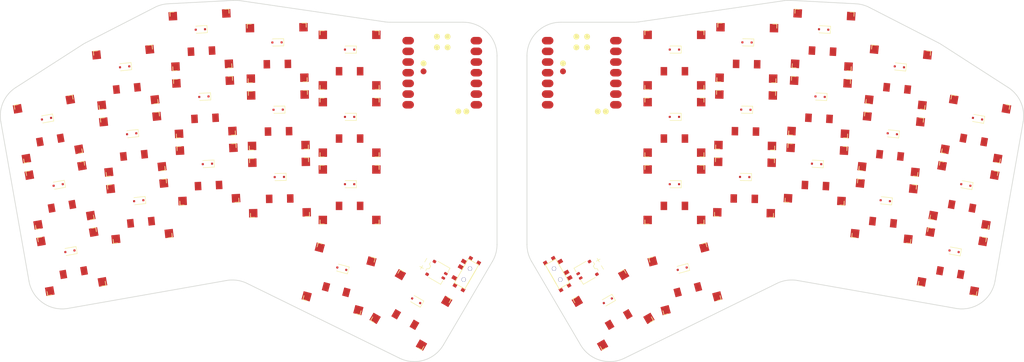
<source format=kicad_pcb>
(kicad_pcb (version 20171130) (host pcbnew 5.1.6)
  (title_block (title "splave-ferris_pg1316s") (rev "v1.0.0") (company "Unknown"))
  (layers (0 F.Cu signal) (31 B.Cu signal) (34 B.Paste user) (35 F.Paste user) (36 B.SilkS user) (37 F.SilkS user) (38 B.Mask user) (39 F.Mask user) (44 Edge.Cuts user))
  (net 0 "")
  (net 1 "D5")
  (net 2 "pinky_bottom")
  (net 3 "pinky_home")
  (net 4 "pinky_top")
  (net 5 "D3")
  (net 6 "ring_bottom")
  (net 7 "ring_home")
  (net 8 "ring_top")
  (net 9 "D1")
  (net 10 "middle_bottom")
  (net 11 "middle_home")
  (net 12 "middle_top")
  (net 13 "D8")
  (net 14 "index_bottom")
  (net 15 "index_home")
  (net 16 "index_top")
  (net 17 "D10")
  (net 18 "inner_bottom")
  (net 19 "inner_home")
  (net 20 "inner_top")
  (net 21 "near_fan")
  (net 22 "far_fan")
  (net 23 "mirror_pinky_bottom")
  (net 24 "mirror_pinky_home")
  (net 25 "mirror_pinky_top")
  (net 26 "mirror_ring_bottom")
  (net 27 "mirror_ring_home")
  (net 28 "mirror_ring_top")
  (net 29 "D9")
  (net 30 "mirror_middle_bottom")
  (net 31 "mirror_middle_home")
  (net 32 "mirror_middle_top")
  (net 33 "D2")
  (net 34 "mirror_index_bottom")
  (net 35 "mirror_index_home")
  (net 36 "mirror_index_top")
  (net 37 "mirror_inner_bottom")
  (net 38 "mirror_inner_home")
  (net 39 "mirror_inner_top")
  (net 40 "mirror_near_fan")
  (net 41 "mirror_far_fan")
  (net 42 "D4")
  (net 43 "D0")
  (net 44 "D6")
  (net 45 "D7")
  (net 46 "RAW3V3")
  (net 47 "RAW5V")
  (net 48 "CLK")
  (net 49 "DIO")
  (net 50 "GND")
  (net 51 "RST")
  (net 52 "BAT")
  (net 53 "NFC1")
  (net 54 "NFC2")
  (net 55 "BAT_P")
  (module PG1316S (layer F.Cu) (at 106.5683287 143.6773863 10)
    (fp_text reference "S1" hide)
    (fp_text value "" hide)
    (pad "1" smd rect (at -2.5 2.65 10) (size 1.55 2) (layers "F.Cu" "F.Paste" "F.Mask") (net 2 "pinky_bottom"))
    (pad "2" smd rect (at 2.5 2.65 10) (size 1.55 2) (layers "F.Cu" "F.Paste" "F.Mask") (net 1 "D5"))
    (pad "MP" smd rect (at -6.35 -6 10) (size 2 2) (layers "F.Cu" "F.Paste" "F.Mask"))
    (pad "MP" smd rect (at -6.35 6 10) (size 2 2) (layers "F.Cu" "F.Paste" "F.Mask"))
    (pad "MP" smd rect (at 6.35 -6 10) (size 2 2) (layers "F.Cu" "F.Paste" "F.Mask"))
    (pad "MP" smd rect (at 6.35 6 10) (size 2 2) (layers "F.Cu" "F.Paste" "F.Mask"))
  )
  (module PG1316S (layer F.Cu) (at 103.7899578 127.9204622 10)
    (fp_text reference "S2" hide)
    (fp_text value "" hide)
    (pad "1" smd rect (at -2.5 2.65 10) (size 1.55 2) (layers "F.Cu" "F.Paste" "F.Mask") (net 3 "pinky_home"))
    (pad "2" smd rect (at 2.5 2.65 10) (size 1.55 2) (layers "F.Cu" "F.Paste" "F.Mask") (net 1 "D5"))
    (pad "MP" smd rect (at -6.35 -6 10) (size 2 2) (layers "F.Cu" "F.Paste" "F.Mask"))
    (pad "MP" smd rect (at -6.35 6 10) (size 2 2) (layers "F.Cu" "F.Paste" "F.Mask"))
    (pad "MP" smd rect (at 6.35 -6 10) (size 2 2) (layers "F.Cu" "F.Paste" "F.Mask"))
    (pad "MP" smd rect (at 6.35 6 10) (size 2 2) (layers "F.Cu" "F.Paste" "F.Mask"))
  )
  (module PG1316S (layer F.Cu) (at 101.011587 112.1635382 10)
    (fp_text reference "S3" hide)
    (fp_text value "" hide)
    (pad "1" smd rect (at -2.5 2.65 10) (size 1.55 2) (layers "F.Cu" "F.Paste" "F.Mask") (net 4 "pinky_top"))
    (pad "2" smd rect (at 2.5 2.65 10) (size 1.55 2) (layers "F.Cu" "F.Paste" "F.Mask") (net 1 "D5"))
    (pad "MP" smd rect (at -6.35 -6 10) (size 2 2) (layers "F.Cu" "F.Paste" "F.Mask"))
    (pad "MP" smd rect (at -6.35 6 10) (size 2 2) (layers "F.Cu" "F.Paste" "F.Mask"))
    (pad "MP" smd rect (at 6.35 -6 10) (size 2 2) (layers "F.Cu" "F.Paste" "F.Mask"))
    (pad "MP" smd rect (at 6.35 6 10) (size 2 2) (layers "F.Cu" "F.Paste" "F.Mask"))
  )
  (module PG1316S (layer F.Cu) (at 122.7320346 131.6884493 6)
    (fp_text reference "S4" hide)
    (fp_text value "" hide)
    (pad "1" smd rect (at -2.5 2.65 6) (size 1.55 2) (layers "F.Cu" "F.Paste" "F.Mask") (net 6 "ring_bottom"))
    (pad "2" smd rect (at 2.5 2.65 6) (size 1.55 2) (layers "F.Cu" "F.Paste" "F.Mask") (net 5 "D3"))
    (pad "MP" smd rect (at -6.35 -6 6) (size 2 2) (layers "F.Cu" "F.Paste" "F.Mask"))
    (pad "MP" smd rect (at -6.35 6 6) (size 2 2) (layers "F.Cu" "F.Paste" "F.Mask"))
    (pad "MP" smd rect (at 6.35 -6 6) (size 2 2) (layers "F.Cu" "F.Paste" "F.Mask"))
    (pad "MP" smd rect (at 6.35 6 6) (size 2 2) (layers "F.Cu" "F.Paste" "F.Mask"))
  )
  (module PG1316S (layer F.Cu) (at 121.0595792 115.776099 6)
    (fp_text reference "S5" hide)
    (fp_text value "" hide)
    (pad "1" smd rect (at -2.5 2.65 6) (size 1.55 2) (layers "F.Cu" "F.Paste" "F.Mask") (net 7 "ring_home"))
    (pad "2" smd rect (at 2.5 2.65 6) (size 1.55 2) (layers "F.Cu" "F.Paste" "F.Mask") (net 5 "D3"))
    (pad "MP" smd rect (at -6.35 -6 6) (size 2 2) (layers "F.Cu" "F.Paste" "F.Mask"))
    (pad "MP" smd rect (at -6.35 6 6) (size 2 2) (layers "F.Cu" "F.Paste" "F.Mask"))
    (pad "MP" smd rect (at 6.35 -6 6) (size 2 2) (layers "F.Cu" "F.Paste" "F.Mask"))
    (pad "MP" smd rect (at 6.35 6 6) (size 2 2) (layers "F.Cu" "F.Paste" "F.Mask"))
  )
  (module PG1316S (layer F.Cu) (at 119.3871238 99.8637486 6)
    (fp_text reference "S6" hide)
    (fp_text value "" hide)
    (pad "1" smd rect (at -2.5 2.65 6) (size 1.55 2) (layers "F.Cu" "F.Paste" "F.Mask") (net 8 "ring_top"))
    (pad "2" smd rect (at 2.5 2.65 6) (size 1.55 2) (layers "F.Cu" "F.Paste" "F.Mask") (net 5 "D3"))
    (pad "MP" smd rect (at -6.35 -6 6) (size 2 2) (layers "F.Cu" "F.Paste" "F.Mask"))
    (pad "MP" smd rect (at -6.35 6 6) (size 2 2) (layers "F.Cu" "F.Paste" "F.Mask"))
    (pad "MP" smd rect (at 6.35 -6 6) (size 2 2) (layers "F.Cu" "F.Paste" "F.Mask"))
    (pad "MP" smd rect (at 6.35 6 6) (size 2 2) (layers "F.Cu" "F.Paste" "F.Mask"))
  )
  (module PG1316S (layer F.Cu) (at 138.9072076 122.9498121 3)
    (fp_text reference "S7" hide)
    (fp_text value "" hide)
    (pad "1" smd rect (at -2.5 2.65 3) (size 1.55 2) (layers "F.Cu" "F.Paste" "F.Mask") (net 10 "middle_bottom"))
    (pad "2" smd rect (at 2.5 2.65 3) (size 1.55 2) (layers "F.Cu" "F.Paste" "F.Mask") (net 9 "D1"))
    (pad "MP" smd rect (at -6.35 -6 3) (size 2 2) (layers "F.Cu" "F.Paste" "F.Mask"))
    (pad "MP" smd rect (at -6.35 6 3) (size 2 2) (layers "F.Cu" "F.Paste" "F.Mask"))
    (pad "MP" smd rect (at 6.35 -6 3) (size 2 2) (layers "F.Cu" "F.Paste" "F.Mask"))
    (pad "MP" smd rect (at 6.35 6 3) (size 2 2) (layers "F.Cu" "F.Paste" "F.Mask"))
  )
  (module PG1316S (layer F.Cu) (at 138.0698323 106.9717396 3)
    (fp_text reference "S8" hide)
    (fp_text value "" hide)
    (pad "1" smd rect (at -2.5 2.65 3) (size 1.55 2) (layers "F.Cu" "F.Paste" "F.Mask") (net 11 "middle_home"))
    (pad "2" smd rect (at 2.5 2.65 3) (size 1.55 2) (layers "F.Cu" "F.Paste" "F.Mask") (net 9 "D1"))
    (pad "MP" smd rect (at -6.35 -6 3) (size 2 2) (layers "F.Cu" "F.Paste" "F.Mask"))
    (pad "MP" smd rect (at -6.35 6 3) (size 2 2) (layers "F.Cu" "F.Paste" "F.Mask"))
    (pad "MP" smd rect (at 6.35 -6 3) (size 2 2) (layers "F.Cu" "F.Paste" "F.Mask"))
    (pad "MP" smd rect (at 6.35 6 3) (size 2 2) (layers "F.Cu" "F.Paste" "F.Mask"))
  )
  (module PG1316S (layer F.Cu) (at 137.2324571 90.9936671 3)
    (fp_text reference "S9" hide)
    (fp_text value "" hide)
    (pad "1" smd rect (at -2.5 2.65 3) (size 1.55 2) (layers "F.Cu" "F.Paste" "F.Mask") (net 12 "middle_top"))
    (pad "2" smd rect (at 2.5 2.65 3) (size 1.55 2) (layers "F.Cu" "F.Paste" "F.Mask") (net 9 "D1"))
    (pad "MP" smd rect (at -6.35 -6 3) (size 2 2) (layers "F.Cu" "F.Paste" "F.Mask"))
    (pad "MP" smd rect (at -6.35 6 3) (size 2 2) (layers "F.Cu" "F.Paste" "F.Mask"))
    (pad "MP" smd rect (at 6.35 -6 3) (size 2 2) (layers "F.Cu" "F.Paste" "F.Mask"))
    (pad "MP" smd rect (at 6.35 6 3) (size 2 2) (layers "F.Cu" "F.Paste" "F.Mask"))
  )
  (module PG1316S (layer F.Cu) (at 155.8935276 126.0650863 1)
    (fp_text reference "S10" hide)
    (fp_text value "" hide)
    (pad "1" smd rect (at -2.5 2.65 1) (size 1.55 2) (layers "F.Cu" "F.Paste" "F.Mask") (net 14 "index_bottom"))
    (pad "2" smd rect (at 2.5 2.65 1) (size 1.55 2) (layers "F.Cu" "F.Paste" "F.Mask") (net 13 "D8"))
    (pad "MP" smd rect (at -6.35 -6 1) (size 2 2) (layers "F.Cu" "F.Paste" "F.Mask"))
    (pad "MP" smd rect (at -6.35 6 1) (size 2 2) (layers "F.Cu" "F.Paste" "F.Mask"))
    (pad "MP" smd rect (at 6.35 -6 1) (size 2 2) (layers "F.Cu" "F.Paste" "F.Mask"))
    (pad "MP" smd rect (at 6.35 6 1) (size 2 2) (layers "F.Cu" "F.Paste" "F.Mask"))
  )
  (module PG1316S (layer F.Cu) (at 155.614289 110.0675232 1)
    (fp_text reference "S11" hide)
    (fp_text value "" hide)
    (pad "1" smd rect (at -2.5 2.65 1) (size 1.55 2) (layers "F.Cu" "F.Paste" "F.Mask") (net 15 "index_home"))
    (pad "2" smd rect (at 2.5 2.65 1) (size 1.55 2) (layers "F.Cu" "F.Paste" "F.Mask") (net 13 "D8"))
    (pad "MP" smd rect (at -6.35 -6 1) (size 2 2) (layers "F.Cu" "F.Paste" "F.Mask"))
    (pad "MP" smd rect (at -6.35 6 1) (size 2 2) (layers "F.Cu" "F.Paste" "F.Mask"))
    (pad "MP" smd rect (at 6.35 -6 1) (size 2 2) (layers "F.Cu" "F.Paste" "F.Mask"))
    (pad "MP" smd rect (at 6.35 6 1) (size 2 2) (layers "F.Cu" "F.Paste" "F.Mask"))
  )
  (module PG1316S (layer F.Cu) (at 155.3350505 94.0699601 1)
    (fp_text reference "S12" hide)
    (fp_text value "" hide)
    (pad "1" smd rect (at -2.5 2.65 1) (size 1.55 2) (layers "F.Cu" "F.Paste" "F.Mask") (net 16 "index_top"))
    (pad "2" smd rect (at 2.5 2.65 1) (size 1.55 2) (layers "F.Cu" "F.Paste" "F.Mask") (net 13 "D8"))
    (pad "MP" smd rect (at -6.35 -6 1) (size 2 2) (layers "F.Cu" "F.Paste" "F.Mask"))
    (pad "MP" smd rect (at -6.35 6 1) (size 2 2) (layers "F.Cu" "F.Paste" "F.Mask"))
    (pad "MP" smd rect (at 6.35 -6 1) (size 2 2) (layers "F.Cu" "F.Paste" "F.Mask"))
    (pad "MP" smd rect (at 6.35 6 1) (size 2 2) (layers "F.Cu" "F.Paste" "F.Mask"))
  )
  (module PG1316S (layer F.Cu) (at 172.5259042 127.7750717 0)
    (fp_text reference "S13" hide)
    (fp_text value "" hide)
    (pad "1" smd rect (at -2.5 2.65 0) (size 1.55 2) (layers "F.Cu" "F.Paste" "F.Mask") (net 18 "inner_bottom"))
    (pad "2" smd rect (at 2.5 2.65 0) (size 1.55 2) (layers "F.Cu" "F.Paste" "F.Mask") (net 17 "D10"))
    (pad "MP" smd rect (at -6.35 -6 0) (size 2 2) (layers "F.Cu" "F.Paste" "F.Mask"))
    (pad "MP" smd rect (at -6.35 6 0) (size 2 2) (layers "F.Cu" "F.Paste" "F.Mask"))
    (pad "MP" smd rect (at 6.35 -6 0) (size 2 2) (layers "F.Cu" "F.Paste" "F.Mask"))
    (pad "MP" smd rect (at 6.35 6 0) (size 2 2) (layers "F.Cu" "F.Paste" "F.Mask"))
  )
  (module PG1316S (layer F.Cu) (at 172.5259042 111.7750717 0)
    (fp_text reference "S14" hide)
    (fp_text value "" hide)
    (pad "1" smd rect (at -2.5 2.65 0) (size 1.55 2) (layers "F.Cu" "F.Paste" "F.Mask") (net 19 "inner_home"))
    (pad "2" smd rect (at 2.5 2.65 0) (size 1.55 2) (layers "F.Cu" "F.Paste" "F.Mask") (net 17 "D10"))
    (pad "MP" smd rect (at -6.35 -6 0) (size 2 2) (layers "F.Cu" "F.Paste" "F.Mask"))
    (pad "MP" smd rect (at -6.35 6 0) (size 2 2) (layers "F.Cu" "F.Paste" "F.Mask"))
    (pad "MP" smd rect (at 6.35 -6 0) (size 2 2) (layers "F.Cu" "F.Paste" "F.Mask"))
    (pad "MP" smd rect (at 6.35 6 0) (size 2 2) (layers "F.Cu" "F.Paste" "F.Mask"))
  )
  (module PG1316S (layer F.Cu) (at 172.5259041 95.7750718 0)
    (fp_text reference "S15" hide)
    (fp_text value "" hide)
    (pad "1" smd rect (at -2.5 2.65 0) (size 1.55 2) (layers "F.Cu" "F.Paste" "F.Mask") (net 20 "inner_top"))
    (pad "2" smd rect (at 2.5 2.65 0) (size 1.55 2) (layers "F.Cu" "F.Paste" "F.Mask") (net 17 "D10"))
    (pad "MP" smd rect (at -6.35 -6 0) (size 2 2) (layers "F.Cu" "F.Paste" "F.Mask"))
    (pad "MP" smd rect (at -6.35 6 0) (size 2 2) (layers "F.Cu" "F.Paste" "F.Mask"))
    (pad "MP" smd rect (at 6.35 -6 0) (size 2 2) (layers "F.Cu" "F.Paste" "F.Mask"))
    (pad "MP" smd rect (at 6.35 6 0) (size 2 2) (layers "F.Cu" "F.Paste" "F.Mask"))
  )
  (module PG1316S (layer F.Cu) (at 170.0259042 147.7750717 -15)
    (fp_text reference "S16" hide)
    (fp_text value "" hide)
    (pad "1" smd rect (at -2.5 2.65 -15) (size 1.55 2) (layers "F.Cu" "F.Paste" "F.Mask") (net 21 "near_fan"))
    (pad "2" smd rect (at 2.5 2.65 -15) (size 1.55 2) (layers "F.Cu" "F.Paste" "F.Mask") (net 13 "D8"))
    (pad "MP" smd rect (at -6.35 -6 -15) (size 2 2) (layers "F.Cu" "F.Paste" "F.Mask"))
    (pad "MP" smd rect (at -6.35 6 -15) (size 2 2) (layers "F.Cu" "F.Paste" "F.Mask"))
    (pad "MP" smd rect (at 6.35 -6 -15) (size 2 2) (layers "F.Cu" "F.Paste" "F.Mask"))
    (pad "MP" smd rect (at 6.35 6 -15) (size 2 2) (layers "F.Cu" "F.Paste" "F.Mask"))
  )
  (module PG1316S (layer F.Cu) (at 187.0787936 155.1482271 -30)
    (fp_text reference "S17" hide)
    (fp_text value "" hide)
    (pad "1" smd rect (at -2.5 2.65 -30) (size 1.55 2) (layers "F.Cu" "F.Paste" "F.Mask") (net 22 "far_fan"))
    (pad "2" smd rect (at 2.5 2.65 -30) (size 1.55 2) (layers "F.Cu" "F.Paste" "F.Mask") (net 17 "D10"))
    (pad "MP" smd rect (at -6.35 -6 -30) (size 2 2) (layers "F.Cu" "F.Paste" "F.Mask"))
    (pad "MP" smd rect (at -6.35 6 -30) (size 2 2) (layers "F.Cu" "F.Paste" "F.Mask"))
    (pad "MP" smd rect (at 6.35 -6 -30) (size 2 2) (layers "F.Cu" "F.Paste" "F.Mask"))
    (pad "MP" smd rect (at 6.35 6 -30) (size 2 2) (layers "F.Cu" "F.Paste" "F.Mask"))
  )
  (module PG1316S (layer F.Cu) (at 315.5892585 143.6773863 -10)
    (fp_text reference "S18" hide)
    (fp_text value "" hide)
    (pad "1" smd rect (at -2.5 2.65 -10) (size 1.55 2) (layers "F.Cu" "F.Paste" "F.Mask") (net 23 "mirror_pinky_bottom"))
    (pad "2" smd rect (at 2.5 2.65 -10) (size 1.55 2) (layers "F.Cu" "F.Paste" "F.Mask") (net 5 "D3"))
    (pad "MP" smd rect (at -6.35 -6 -10) (size 2 2) (layers "F.Cu" "F.Paste" "F.Mask"))
    (pad "MP" smd rect (at -6.35 6 -10) (size 2 2) (layers "F.Cu" "F.Paste" "F.Mask"))
    (pad "MP" smd rect (at 6.35 -6 -10) (size 2 2) (layers "F.Cu" "F.Paste" "F.Mask"))
    (pad "MP" smd rect (at 6.35 6 -10) (size 2 2) (layers "F.Cu" "F.Paste" "F.Mask"))
  )
  (module PG1316S (layer F.Cu) (at 318.36762940000006 127.9204622 -10)
    (fp_text reference "S19" hide)
    (fp_text value "" hide)
    (pad "1" smd rect (at -2.5 2.65 -10) (size 1.55 2) (layers "F.Cu" "F.Paste" "F.Mask") (net 24 "mirror_pinky_home"))
    (pad "2" smd rect (at 2.5 2.65 -10) (size 1.55 2) (layers "F.Cu" "F.Paste" "F.Mask") (net 5 "D3"))
    (pad "MP" smd rect (at -6.35 -6 -10) (size 2 2) (layers "F.Cu" "F.Paste" "F.Mask"))
    (pad "MP" smd rect (at -6.35 6 -10) (size 2 2) (layers "F.Cu" "F.Paste" "F.Mask"))
    (pad "MP" smd rect (at 6.35 -6 -10) (size 2 2) (layers "F.Cu" "F.Paste" "F.Mask"))
    (pad "MP" smd rect (at 6.35 6 -10) (size 2 2) (layers "F.Cu" "F.Paste" "F.Mask"))
  )
  (module PG1316S (layer F.Cu) (at 321.1460002 112.1635382 -10)
    (fp_text reference "S20" hide)
    (fp_text value "" hide)
    (pad "1" smd rect (at -2.5 2.65 -10) (size 1.55 2) (layers "F.Cu" "F.Paste" "F.Mask") (net 25 "mirror_pinky_top"))
    (pad "2" smd rect (at 2.5 2.65 -10) (size 1.55 2) (layers "F.Cu" "F.Paste" "F.Mask") (net 5 "D3"))
    (pad "MP" smd rect (at -6.35 -6 -10) (size 2 2) (layers "F.Cu" "F.Paste" "F.Mask"))
    (pad "MP" smd rect (at -6.35 6 -10) (size 2 2) (layers "F.Cu" "F.Paste" "F.Mask"))
    (pad "MP" smd rect (at 6.35 -6 -10) (size 2 2) (layers "F.Cu" "F.Paste" "F.Mask"))
    (pad "MP" smd rect (at 6.35 6 -10) (size 2 2) (layers "F.Cu" "F.Paste" "F.Mask"))
  )
  (module PG1316S (layer F.Cu) (at 299.4255526 131.6884493 -6)
    (fp_text reference "S21" hide)
    (fp_text value "" hide)
    (pad "1" smd rect (at -2.5 2.65 -6) (size 1.55 2) (layers "F.Cu" "F.Paste" "F.Mask") (net 26 "mirror_ring_bottom"))
    (pad "2" smd rect (at 2.5 2.65 -6) (size 1.55 2) (layers "F.Cu" "F.Paste" "F.Mask") (net 1 "D5"))
    (pad "MP" smd rect (at -6.35 -6 -6) (size 2 2) (layers "F.Cu" "F.Paste" "F.Mask"))
    (pad "MP" smd rect (at -6.35 6 -6) (size 2 2) (layers "F.Cu" "F.Paste" "F.Mask"))
    (pad "MP" smd rect (at 6.35 -6 -6) (size 2 2) (layers "F.Cu" "F.Paste" "F.Mask"))
    (pad "MP" smd rect (at 6.35 6 -6) (size 2 2) (layers "F.Cu" "F.Paste" "F.Mask"))
  )
  (module PG1316S (layer F.Cu) (at 301.09800800000005 115.776099 -6)
    (fp_text reference "S22" hide)
    (fp_text value "" hide)
    (pad "1" smd rect (at -2.5 2.65 -6) (size 1.55 2) (layers "F.Cu" "F.Paste" "F.Mask") (net 27 "mirror_ring_home"))
    (pad "2" smd rect (at 2.5 2.65 -6) (size 1.55 2) (layers "F.Cu" "F.Paste" "F.Mask") (net 1 "D5"))
    (pad "MP" smd rect (at -6.35 -6 -6) (size 2 2) (layers "F.Cu" "F.Paste" "F.Mask"))
    (pad "MP" smd rect (at -6.35 6 -6) (size 2 2) (layers "F.Cu" "F.Paste" "F.Mask"))
    (pad "MP" smd rect (at 6.35 -6 -6) (size 2 2) (layers "F.Cu" "F.Paste" "F.Mask"))
    (pad "MP" smd rect (at 6.35 6 -6) (size 2 2) (layers "F.Cu" "F.Paste" "F.Mask"))
  )
  (module PG1316S (layer F.Cu) (at 302.77046340000004 99.8637486 -6)
    (fp_text reference "S23" hide)
    (fp_text value "" hide)
    (pad "1" smd rect (at -2.5 2.65 -6) (size 1.55 2) (layers "F.Cu" "F.Paste" "F.Mask") (net 28 "mirror_ring_top"))
    (pad "2" smd rect (at 2.5 2.65 -6) (size 1.55 2) (layers "F.Cu" "F.Paste" "F.Mask") (net 1 "D5"))
    (pad "MP" smd rect (at -6.35 -6 -6) (size 2 2) (layers "F.Cu" "F.Paste" "F.Mask"))
    (pad "MP" smd rect (at -6.35 6 -6) (size 2 2) (layers "F.Cu" "F.Paste" "F.Mask"))
    (pad "MP" smd rect (at 6.35 -6 -6) (size 2 2) (layers "F.Cu" "F.Paste" "F.Mask"))
    (pad "MP" smd rect (at 6.35 6 -6) (size 2 2) (layers "F.Cu" "F.Paste" "F.Mask"))
  )
  (module PG1316S (layer F.Cu) (at 283.25037960000003 122.9498121 -3)
    (fp_text reference "S24" hide)
    (fp_text value "" hide)
    (pad "1" smd rect (at -2.5 2.65 -3) (size 1.55 2) (layers "F.Cu" "F.Paste" "F.Mask") (net 30 "mirror_middle_bottom"))
    (pad "2" smd rect (at 2.5 2.65 -3) (size 1.55 2) (layers "F.Cu" "F.Paste" "F.Mask") (net 29 "D9"))
    (pad "MP" smd rect (at -6.35 -6 -3) (size 2 2) (layers "F.Cu" "F.Paste" "F.Mask"))
    (pad "MP" smd rect (at -6.35 6 -3) (size 2 2) (layers "F.Cu" "F.Paste" "F.Mask"))
    (pad "MP" smd rect (at 6.35 -6 -3) (size 2 2) (layers "F.Cu" "F.Paste" "F.Mask"))
    (pad "MP" smd rect (at 6.35 6 -3) (size 2 2) (layers "F.Cu" "F.Paste" "F.Mask"))
  )
  (module PG1316S (layer F.Cu) (at 284.08775490000005 106.9717396 -3)
    (fp_text reference "S25" hide)
    (fp_text value "" hide)
    (pad "1" smd rect (at -2.5 2.65 -3) (size 1.55 2) (layers "F.Cu" "F.Paste" "F.Mask") (net 31 "mirror_middle_home"))
    (pad "2" smd rect (at 2.5 2.65 -3) (size 1.55 2) (layers "F.Cu" "F.Paste" "F.Mask") (net 29 "D9"))
    (pad "MP" smd rect (at -6.35 -6 -3) (size 2 2) (layers "F.Cu" "F.Paste" "F.Mask"))
    (pad "MP" smd rect (at -6.35 6 -3) (size 2 2) (layers "F.Cu" "F.Paste" "F.Mask"))
    (pad "MP" smd rect (at 6.35 -6 -3) (size 2 2) (layers "F.Cu" "F.Paste" "F.Mask"))
    (pad "MP" smd rect (at 6.35 6 -3) (size 2 2) (layers "F.Cu" "F.Paste" "F.Mask"))
  )
  (module PG1316S (layer F.Cu) (at 284.92513010000005 90.9936671 -3)
    (fp_text reference "S26" hide)
    (fp_text value "" hide)
    (pad "1" smd rect (at -2.5 2.65 -3) (size 1.55 2) (layers "F.Cu" "F.Paste" "F.Mask") (net 32 "mirror_middle_top"))
    (pad "2" smd rect (at 2.5 2.65 -3) (size 1.55 2) (layers "F.Cu" "F.Paste" "F.Mask") (net 29 "D9"))
    (pad "MP" smd rect (at -6.35 -6 -3) (size 2 2) (layers "F.Cu" "F.Paste" "F.Mask"))
    (pad "MP" smd rect (at -6.35 6 -3) (size 2 2) (layers "F.Cu" "F.Paste" "F.Mask"))
    (pad "MP" smd rect (at 6.35 -6 -3) (size 2 2) (layers "F.Cu" "F.Paste" "F.Mask"))
    (pad "MP" smd rect (at 6.35 6 -3) (size 2 2) (layers "F.Cu" "F.Paste" "F.Mask"))
  )
  (module PG1316S (layer F.Cu) (at 266.2640596 126.0650863 -1)
    (fp_text reference "S27" hide)
    (fp_text value "" hide)
    (pad "1" smd rect (at -2.5 2.65 -1) (size 1.55 2) (layers "F.Cu" "F.Paste" "F.Mask") (net 34 "mirror_index_bottom"))
    (pad "2" smd rect (at 2.5 2.65 -1) (size 1.55 2) (layers "F.Cu" "F.Paste" "F.Mask") (net 33 "D2"))
    (pad "MP" smd rect (at -6.35 -6 -1) (size 2 2) (layers "F.Cu" "F.Paste" "F.Mask"))
    (pad "MP" smd rect (at -6.35 6 -1) (size 2 2) (layers "F.Cu" "F.Paste" "F.Mask"))
    (pad "MP" smd rect (at 6.35 -6 -1) (size 2 2) (layers "F.Cu" "F.Paste" "F.Mask"))
    (pad "MP" smd rect (at 6.35 6 -1) (size 2 2) (layers "F.Cu" "F.Paste" "F.Mask"))
  )
  (module PG1316S (layer F.Cu) (at 266.5432982 110.0675232 -1)
    (fp_text reference "S28" hide)
    (fp_text value "" hide)
    (pad "1" smd rect (at -2.5 2.65 -1) (size 1.55 2) (layers "F.Cu" "F.Paste" "F.Mask") (net 35 "mirror_index_home"))
    (pad "2" smd rect (at 2.5 2.65 -1) (size 1.55 2) (layers "F.Cu" "F.Paste" "F.Mask") (net 33 "D2"))
    (pad "MP" smd rect (at -6.35 -6 -1) (size 2 2) (layers "F.Cu" "F.Paste" "F.Mask"))
    (pad "MP" smd rect (at -6.35 6 -1) (size 2 2) (layers "F.Cu" "F.Paste" "F.Mask"))
    (pad "MP" smd rect (at 6.35 -6 -1) (size 2 2) (layers "F.Cu" "F.Paste" "F.Mask"))
    (pad "MP" smd rect (at 6.35 6 -1) (size 2 2) (layers "F.Cu" "F.Paste" "F.Mask"))
  )
  (module PG1316S (layer F.Cu) (at 266.8225367 94.0699601 -1)
    (fp_text reference "S29" hide)
    (fp_text value "" hide)
    (pad "1" smd rect (at -2.5 2.65 -1) (size 1.55 2) (layers "F.Cu" "F.Paste" "F.Mask") (net 36 "mirror_index_top"))
    (pad "2" smd rect (at 2.5 2.65 -1) (size 1.55 2) (layers "F.Cu" "F.Paste" "F.Mask") (net 33 "D2"))
    (pad "MP" smd rect (at -6.35 -6 -1) (size 2 2) (layers "F.Cu" "F.Paste" "F.Mask"))
    (pad "MP" smd rect (at -6.35 6 -1) (size 2 2) (layers "F.Cu" "F.Paste" "F.Mask"))
    (pad "MP" smd rect (at 6.35 -6 -1) (size 2 2) (layers "F.Cu" "F.Paste" "F.Mask"))
    (pad "MP" smd rect (at 6.35 6 -1) (size 2 2) (layers "F.Cu" "F.Paste" "F.Mask"))
  )
  (module PG1316S (layer F.Cu) (at 249.631683 127.7750717 0)
    (fp_text reference "S30" hide)
    (fp_text value "" hide)
    (pad "1" smd rect (at -2.5 2.65 0) (size 1.55 2) (layers "F.Cu" "F.Paste" "F.Mask") (net 37 "mirror_inner_bottom"))
    (pad "2" smd rect (at 2.5 2.65 0) (size 1.55 2) (layers "F.Cu" "F.Paste" "F.Mask") (net 9 "D1"))
    (pad "MP" smd rect (at -6.35 -6 0) (size 2 2) (layers "F.Cu" "F.Paste" "F.Mask"))
    (pad "MP" smd rect (at -6.35 6 0) (size 2 2) (layers "F.Cu" "F.Paste" "F.Mask"))
    (pad "MP" smd rect (at 6.35 -6 0) (size 2 2) (layers "F.Cu" "F.Paste" "F.Mask"))
    (pad "MP" smd rect (at 6.35 6 0) (size 2 2) (layers "F.Cu" "F.Paste" "F.Mask"))
  )
  (module PG1316S (layer F.Cu) (at 249.631683 111.7750717 0)
    (fp_text reference "S31" hide)
    (fp_text value "" hide)
    (pad "1" smd rect (at -2.5 2.65 0) (size 1.55 2) (layers "F.Cu" "F.Paste" "F.Mask") (net 38 "mirror_inner_home"))
    (pad "2" smd rect (at 2.5 2.65 0) (size 1.55 2) (layers "F.Cu" "F.Paste" "F.Mask") (net 9 "D1"))
    (pad "MP" smd rect (at -6.35 -6 0) (size 2 2) (layers "F.Cu" "F.Paste" "F.Mask"))
    (pad "MP" smd rect (at -6.35 6 0) (size 2 2) (layers "F.Cu" "F.Paste" "F.Mask"))
    (pad "MP" smd rect (at 6.35 -6 0) (size 2 2) (layers "F.Cu" "F.Paste" "F.Mask"))
    (pad "MP" smd rect (at 6.35 6 0) (size 2 2) (layers "F.Cu" "F.Paste" "F.Mask"))
  )
  (module PG1316S (layer F.Cu) (at 249.63168310000003 95.7750718 0)
    (fp_text reference "S32" hide)
    (fp_text value "" hide)
    (pad "1" smd rect (at -2.5 2.65 0) (size 1.55 2) (layers "F.Cu" "F.Paste" "F.Mask") (net 39 "mirror_inner_top"))
    (pad "2" smd rect (at 2.5 2.65 0) (size 1.55 2) (layers "F.Cu" "F.Paste" "F.Mask") (net 9 "D1"))
    (pad "MP" smd rect (at -6.35 -6 0) (size 2 2) (layers "F.Cu" "F.Paste" "F.Mask"))
    (pad "MP" smd rect (at -6.35 6 0) (size 2 2) (layers "F.Cu" "F.Paste" "F.Mask"))
    (pad "MP" smd rect (at 6.35 -6 0) (size 2 2) (layers "F.Cu" "F.Paste" "F.Mask"))
    (pad "MP" smd rect (at 6.35 6 0) (size 2 2) (layers "F.Cu" "F.Paste" "F.Mask"))
  )
  (module PG1316S (layer F.Cu) (at 252.131683 147.7750717 15)
    (fp_text reference "S33" hide)
    (fp_text value "" hide)
    (pad "1" smd rect (at -2.5 2.65 15) (size 1.55 2) (layers "F.Cu" "F.Paste" "F.Mask") (net 40 "mirror_near_fan"))
    (pad "2" smd rect (at 2.5 2.65 15) (size 1.55 2) (layers "F.Cu" "F.Paste" "F.Mask") (net 33 "D2"))
    (pad "MP" smd rect (at -6.35 -6 15) (size 2 2) (layers "F.Cu" "F.Paste" "F.Mask"))
    (pad "MP" smd rect (at -6.35 6 15) (size 2 2) (layers "F.Cu" "F.Paste" "F.Mask"))
    (pad "MP" smd rect (at 6.35 -6 15) (size 2 2) (layers "F.Cu" "F.Paste" "F.Mask"))
    (pad "MP" smd rect (at 6.35 6 15) (size 2 2) (layers "F.Cu" "F.Paste" "F.Mask"))
  )
  (module PG1316S (layer F.Cu) (at 235.0787936 155.1482271 30)
    (fp_text reference "S34" hide)
    (fp_text value "" hide)
    (pad "1" smd rect (at -2.5 2.65 30) (size 1.55 2) (layers "F.Cu" "F.Paste" "F.Mask") (net 41 "mirror_far_fan"))
    (pad "2" smd rect (at 2.5 2.65 30) (size 1.55 2) (layers "F.Cu" "F.Paste" "F.Mask") (net 9 "D1"))
    (pad "MP" smd rect (at -6.35 -6 30) (size 2 2) (layers "F.Cu" "F.Paste" "F.Mask"))
    (pad "MP" smd rect (at -6.35 6 30) (size 2 2) (layers "F.Cu" "F.Paste" "F.Mask"))
    (pad "MP" smd rect (at 6.35 -6 30) (size 2 2) (layers "F.Cu" "F.Paste" "F.Mask"))
    (pad "MP" smd rect (at 6.35 6 30) (size 2 2) (layers "F.Cu" "F.Paste" "F.Mask"))
  )
  (footprint "D_SOD-323F" (at 106.1342083 141.2153669 190) (layer F.Cu)
    (property "Reference" "D1" hide)
    (pad "1" smd roundrect (at -1.1 0 190) (size 0.5 0.5) (layers "F.Cu" "F.Mask" "F.Paste") (net 2 "pinky_bottom"))
    (pad "2" smd roundrect (at 1.1 0 190) (size 0.5 0.5) (layers "F.Cu" "F.Mask" "F.Paste") (net 42 "D4"))
  )
  (footprint "D_SOD-323F" (at 103.3558374 125.4584428 190) (layer F.Cu)
    (property "Reference" "D2" hide)
    (pad "1" smd roundrect (at -1.1 0 190) (size 0.5 0.5) (layers "F.Cu" "F.Mask" "F.Paste") (net 3 "pinky_home"))
    (pad "2" smd roundrect (at 1.1 0 190) (size 0.5 0.5) (layers "F.Cu" "F.Mask" "F.Paste") (net 33 "D2"))
  )
  (footprint "D_SOD-323F" (at 100.57746660000001 109.7015188 190) (layer F.Cu)
    (property "Reference" "D3" hide)
    (pad "1" smd roundrect (at -1.1 0 190) (size 0.5 0.5) (layers "F.Cu" "F.Mask" "F.Paste") (net 4 "pinky_top"))
    (pad "2" smd roundrect (at 1.1 0 190) (size 0.5 0.5) (layers "F.Cu" "F.Mask" "F.Paste") (net 43 "D0"))
  )
  (footprint "D_SOD-323F" (at 122.47071340000001 129.2021446 186) (layer F.Cu)
    (property "Reference" "D4" hide)
    (pad "1" smd roundrect (at -1.1 0 186) (size 0.5 0.5) (layers "F.Cu" "F.Mask" "F.Paste") (net 6 "ring_bottom"))
    (pad "2" smd roundrect (at 1.1 0 186) (size 0.5 0.5) (layers "F.Cu" "F.Mask" "F.Paste") (net 42 "D4"))
  )
  (footprint "D_SOD-323F" (at 120.798258 113.2897943 186) (layer F.Cu)
    (property "Reference" "D5" hide)
    (pad "1" smd roundrect (at -1.1 0 186) (size 0.5 0.5) (layers "F.Cu" "F.Mask" "F.Paste") (net 7 "ring_home"))
    (pad "2" smd roundrect (at 1.1 0 186) (size 0.5 0.5) (layers "F.Cu" "F.Mask" "F.Paste") (net 33 "D2"))
  )
  (footprint "D_SOD-323F" (at 119.1258026 97.37744389999999 186) (layer F.Cu)
    (property "Reference" "D6" hide)
    (pad "1" smd roundrect (at -1.1 0 186) (size 0.5 0.5) (layers "F.Cu" "F.Mask" "F.Paste") (net 8 "ring_top"))
    (pad "2" smd roundrect (at 1.1 0 186) (size 0.5 0.5) (layers "F.Cu" "F.Mask" "F.Paste") (net 43 "D0"))
  )
  (footprint "D_SOD-323F" (at 138.77636769999998 120.45323830000001 183) (layer F.Cu)
    (property "Reference" "D7" hide)
    (pad "1" smd roundrect (at -1.1 0 183) (size 0.5 0.5) (layers "F.Cu" "F.Mask" "F.Paste") (net 10 "middle_bottom"))
    (pad "2" smd roundrect (at 1.1 0 183) (size 0.5 0.5) (layers "F.Cu" "F.Mask" "F.Paste") (net 42 "D4"))
  )
  (footprint "D_SOD-323F" (at 137.9389924 104.47516580000001 183) (layer F.Cu)
    (property "Reference" "D8" hide)
    (pad "1" smd roundrect (at -1.1 0 183) (size 0.5 0.5) (layers "F.Cu" "F.Mask" "F.Paste") (net 11 "middle_home"))
    (pad "2" smd roundrect (at 1.1 0 183) (size 0.5 0.5) (layers "F.Cu" "F.Mask" "F.Paste") (net 33 "D2"))
  )
  (footprint "D_SOD-323F" (at 137.1016172 88.49709329999999 183) (layer F.Cu)
    (property "Reference" "D9" hide)
    (pad "1" smd roundrect (at -1.1 0 183) (size 0.5 0.5) (layers "F.Cu" "F.Mask" "F.Paste") (net 12 "middle_top"))
    (pad "2" smd roundrect (at 1.1 0 183) (size 0.5 0.5) (layers "F.Cu" "F.Mask" "F.Paste") (net 43 "D0"))
  )
  (footprint "D_SOD-323F" (at 155.8498966 123.5654671 181) (layer F.Cu)
    (property "Reference" "D10" hide)
    (pad "1" smd roundrect (at -1.1 0 181) (size 0.5 0.5) (layers "F.Cu" "F.Mask" "F.Paste") (net 14 "index_bottom"))
    (pad "2" smd roundrect (at 1.1 0 181) (size 0.5 0.5) (layers "F.Cu" "F.Mask" "F.Paste") (net 42 "D4"))
  )
  (footprint "D_SOD-323F" (at 155.570658 107.567904 181) (layer F.Cu)
    (property "Reference" "D11" hide)
    (pad "1" smd roundrect (at -1.1 0 181) (size 0.5 0.5) (layers "F.Cu" "F.Mask" "F.Paste") (net 15 "index_home"))
    (pad "2" smd roundrect (at 1.1 0 181) (size 0.5 0.5) (layers "F.Cu" "F.Mask" "F.Paste") (net 33 "D2"))
  )
  (footprint "D_SOD-323F" (at 155.2914195 91.5703409 181) (layer F.Cu)
    (property "Reference" "D12" hide)
    (pad "1" smd roundrect (at -1.1 0 181) (size 0.5 0.5) (layers "F.Cu" "F.Mask" "F.Paste") (net 16 "index_top"))
    (pad "2" smd roundrect (at 1.1 0 181) (size 0.5 0.5) (layers "F.Cu" "F.Mask" "F.Paste") (net 43 "D0"))
  )
  (footprint "D_SOD-323F" (at 172.5259042 125.2750717 180) (layer F.Cu)
    (property "Reference" "D13" hide)
    (pad "1" smd roundrect (at -1.1 0 180) (size 0.5 0.5) (layers "F.Cu" "F.Mask" "F.Paste") (net 18 "inner_bottom"))
    (pad "2" smd roundrect (at 1.1 0 180) (size 0.5 0.5) (layers "F.Cu" "F.Mask" "F.Paste") (net 42 "D4"))
  )
  (footprint "D_SOD-323F" (at 172.5259042 109.2750717 180) (layer F.Cu)
    (property "Reference" "D14" hide)
    (pad "1" smd roundrect (at -1.1 0 180) (size 0.5 0.5) (layers "F.Cu" "F.Mask" "F.Paste") (net 19 "inner_home"))
    (pad "2" smd roundrect (at 1.1 0 180) (size 0.5 0.5) (layers "F.Cu" "F.Mask" "F.Paste") (net 33 "D2"))
  )
  (footprint "D_SOD-323F" (at 172.5259041 93.2750718 180) (layer F.Cu)
    (property "Reference" "D15" hide)
    (pad "1" smd roundrect (at -1.1 0 180) (size 0.5 0.5) (layers "F.Cu" "F.Mask" "F.Paste") (net 20 "inner_top"))
    (pad "2" smd roundrect (at 1.1 0 180) (size 0.5 0.5) (layers "F.Cu" "F.Mask" "F.Paste") (net 43 "D0"))
  )
  (footprint "D_SOD-323F" (at 170.67295180000002 145.3602571 165) (layer F.Cu)
    (property "Reference" "D16" hide)
    (pad "1" smd roundrect (at -1.1 0 165) (size 0.5 0.5) (layers "F.Cu" "F.Mask" "F.Paste") (net 21 "near_fan"))
    (pad "2" smd roundrect (at 1.1 0 165) (size 0.5 0.5) (layers "F.Cu" "F.Mask" "F.Paste") (net 29 "D9"))
  )
  (footprint "D_SOD-323F" (at 188.3287936 152.9831636 150) (layer F.Cu)
    (property "Reference" "D17" hide)
    (pad "1" smd roundrect (at -1.1 0 150) (size 0.5 0.5) (layers "F.Cu" "F.Mask" "F.Paste") (net 22 "far_fan"))
    (pad "2" smd roundrect (at 1.1 0 150) (size 0.5 0.5) (layers "F.Cu" "F.Mask" "F.Paste") (net 29 "D9"))
  )
  (footprint "D_SOD-323F" (at 316.0233789 141.2153669 -190) (layer F.Cu)
    (property "Reference" "D18" hide)
    (pad "1" smd roundrect (at -1.1 0 -190) (size 0.5 0.5) (layers "F.Cu" "F.Mask" "F.Paste") (net 23 "mirror_pinky_bottom"))
    (pad "2" smd roundrect (at 1.1 0 -190) (size 0.5 0.5) (layers "F.Cu" "F.Mask" "F.Paste") (net 42 "D4"))
  )
  (footprint "D_SOD-323F" (at 318.80174980000004 125.4584428 -190) (layer F.Cu)
    (property "Reference" "D19" hide)
    (pad "1" smd roundrect (at -1.1 0 -190) (size 0.5 0.5) (layers "F.Cu" "F.Mask" "F.Paste") (net 24 "mirror_pinky_home"))
    (pad "2" smd roundrect (at 1.1 0 -190) (size 0.5 0.5) (layers "F.Cu" "F.Mask" "F.Paste") (net 13 "D8"))
  )
  (footprint "D_SOD-323F" (at 321.5801206 109.7015188 -190) (layer F.Cu)
    (property "Reference" "D20" hide)
    (pad "1" smd roundrect (at -1.1 0 -190) (size 0.5 0.5) (layers "F.Cu" "F.Mask" "F.Paste") (net 25 "mirror_pinky_top"))
    (pad "2" smd roundrect (at 1.1 0 -190) (size 0.5 0.5) (layers "F.Cu" "F.Mask" "F.Paste") (net 17 "D10"))
  )
  (footprint "D_SOD-323F" (at 299.6868738 129.2021446 -186) (layer F.Cu)
    (property "Reference" "D21" hide)
    (pad "1" smd roundrect (at -1.1 0 -186) (size 0.5 0.5) (layers "F.Cu" "F.Mask" "F.Paste") (net 26 "mirror_ring_bottom"))
    (pad "2" smd roundrect (at 1.1 0 -186) (size 0.5 0.5) (layers "F.Cu" "F.Mask" "F.Paste") (net 42 "D4"))
  )
  (footprint "D_SOD-323F" (at 301.35932920000005 113.2897943 -186) (layer F.Cu)
    (property "Reference" "D22" hide)
    (pad "1" smd roundrect (at -1.1 0 -186) (size 0.5 0.5) (layers "F.Cu" "F.Mask" "F.Paste") (net 27 "mirror_ring_home"))
    (pad "2" smd roundrect (at 1.1 0 -186) (size 0.5 0.5) (layers "F.Cu" "F.Mask" "F.Paste") (net 13 "D8"))
  )
  (footprint "D_SOD-323F" (at 303.03178460000004 97.37744389999999 -186) (layer F.Cu)
    (property "Reference" "D23" hide)
    (pad "1" smd roundrect (at -1.1 0 -186) (size 0.5 0.5) (layers "F.Cu" "F.Mask" "F.Paste") (net 28 "mirror_ring_top"))
    (pad "2" smd roundrect (at 1.1 0 -186) (size 0.5 0.5) (layers "F.Cu" "F.Mask" "F.Paste") (net 17 "D10"))
  )
  (footprint "D_SOD-323F" (at 283.38121950000004 120.45323830000001 -183) (layer F.Cu)
    (property "Reference" "D24" hide)
    (pad "1" smd roundrect (at -1.1 0 -183) (size 0.5 0.5) (layers "F.Cu" "F.Mask" "F.Paste") (net 30 "mirror_middle_bottom"))
    (pad "2" smd roundrect (at 1.1 0 -183) (size 0.5 0.5) (layers "F.Cu" "F.Mask" "F.Paste") (net 42 "D4"))
  )
  (footprint "D_SOD-323F" (at 284.21859480000006 104.47516580000001 -183) (layer F.Cu)
    (property "Reference" "D25" hide)
    (pad "1" smd roundrect (at -1.1 0 -183) (size 0.5 0.5) (layers "F.Cu" "F.Mask" "F.Paste") (net 31 "mirror_middle_home"))
    (pad "2" smd roundrect (at 1.1 0 -183) (size 0.5 0.5) (layers "F.Cu" "F.Mask" "F.Paste") (net 13 "D8"))
  )
  (footprint "D_SOD-323F" (at 285.05597000000006 88.49709329999999 -183) (layer F.Cu)
    (property "Reference" "D26" hide)
    (pad "1" smd roundrect (at -1.1 0 -183) (size 0.5 0.5) (layers "F.Cu" "F.Mask" "F.Paste") (net 32 "mirror_middle_top"))
    (pad "2" smd roundrect (at 1.1 0 -183) (size 0.5 0.5) (layers "F.Cu" "F.Mask" "F.Paste") (net 17 "D10"))
  )
  (footprint "D_SOD-323F" (at 266.3076906 123.5654671 -181) (layer F.Cu)
    (property "Reference" "D27" hide)
    (pad "1" smd roundrect (at -1.1 0 -181) (size 0.5 0.5) (layers "F.Cu" "F.Mask" "F.Paste") (net 34 "mirror_index_bottom"))
    (pad "2" smd roundrect (at 1.1 0 -181) (size 0.5 0.5) (layers "F.Cu" "F.Mask" "F.Paste") (net 42 "D4"))
  )
  (footprint "D_SOD-323F" (at 266.5869292 107.567904 -181) (layer F.Cu)
    (property "Reference" "D28" hide)
    (pad "1" smd roundrect (at -1.1 0 -181) (size 0.5 0.5) (layers "F.Cu" "F.Mask" "F.Paste") (net 35 "mirror_index_home"))
    (pad "2" smd roundrect (at 1.1 0 -181) (size 0.5 0.5) (layers "F.Cu" "F.Mask" "F.Paste") (net 13 "D8"))
  )
  (footprint "D_SOD-323F" (at 266.8661677 91.5703409 -181) (layer F.Cu)
    (property "Reference" "D29" hide)
    (pad "1" smd roundrect (at -1.1 0 -181) (size 0.5 0.5) (layers "F.Cu" "F.Mask" "F.Paste") (net 36 "mirror_index_top"))
    (pad "2" smd roundrect (at 1.1 0 -181) (size 0.5 0.5) (layers "F.Cu" "F.Mask" "F.Paste") (net 17 "D10"))
  )
  (footprint "D_SOD-323F" (at 249.631683 125.2750717 -180) (layer F.Cu)
    (property "Reference" "D30" hide)
    (pad "1" smd roundrect (at -1.1 0 -180) (size 0.5 0.5) (layers "F.Cu" "F.Mask" "F.Paste") (net 37 "mirror_inner_bottom"))
    (pad "2" smd roundrect (at 1.1 0 -180) (size 0.5 0.5) (layers "F.Cu" "F.Mask" "F.Paste") (net 42 "D4"))
  )
  (footprint "D_SOD-323F" (at 249.631683 109.2750717 -180) (layer F.Cu)
    (property "Reference" "D31" hide)
    (pad "1" smd roundrect (at -1.1 0 -180) (size 0.5 0.5) (layers "F.Cu" "F.Mask" "F.Paste") (net 38 "mirror_inner_home"))
    (pad "2" smd roundrect (at 1.1 0 -180) (size 0.5 0.5) (layers "F.Cu" "F.Mask" "F.Paste") (net 13 "D8"))
  )
  (footprint "D_SOD-323F" (at 249.63168310000003 93.2750718 -180) (layer F.Cu)
    (property "Reference" "D32" hide)
    (pad "1" smd roundrect (at -1.1 0 -180) (size 0.5 0.5) (layers "F.Cu" "F.Mask" "F.Paste") (net 39 "mirror_inner_top"))
    (pad "2" smd roundrect (at 1.1 0 -180) (size 0.5 0.5) (layers "F.Cu" "F.Mask" "F.Paste") (net 17 "D10"))
  )
  (footprint "D_SOD-323F" (at 251.4846354 145.3602571 -165) (layer F.Cu)
    (property "Reference" "D33" hide)
    (pad "1" smd roundrect (at -1.1 0 -165) (size 0.5 0.5) (layers "F.Cu" "F.Mask" "F.Paste") (net 40 "mirror_near_fan"))
    (pad "2" smd roundrect (at 1.1 0 -165) (size 0.5 0.5) (layers "F.Cu" "F.Mask" "F.Paste") (net 43 "D0"))
  )
  (footprint "D_SOD-323F" (at 233.8287936 152.9831636 -150) (layer F.Cu)
    (property "Reference" "D34" hide)
    (pad "1" smd roundrect (at -1.1 0 -150) (size 0.5 0.5) (layers "F.Cu" "F.Mask" "F.Paste") (net 41 "mirror_far_fan"))
    (pad "2" smd roundrect (at 1.1 0 -150) (size 0.5 0.5) (layers "F.Cu" "F.Mask" "F.Paste") (net 43 "D0"))
  )
  (footprint "xiao_smd" (layer "F.Cu") (at 194.5259041 98.7750718 0)
    (property "Reference" "MCU1" hide)
    (pad "1" smd oval (at -7.62 -7.62 180) (size 2.75 1.8) (drill (offset 0.475 0)) (layers "F.Cu" "F.Paste" "F.Mask") (net 43 "D0"))
    (pad "2" smd oval (at -7.62 -5.08 180) (size 2.75 1.8) (drill (offset 0.475 0)) (layers "F.Cu" "F.Paste" "F.Mask") (net 9 "D1"))
    (pad "3" smd oval (at -7.62 -2.54 180) (size 2.75 1.8) (drill (offset 0.475 0)) (layers "F.Cu" "F.Paste" "F.Mask") (net 33 "D2"))
    (pad "4" smd oval (at -7.62 0 180) (size 2.75 1.8) (drill (offset 0.475 0)) (layers "F.Cu" "F.Paste" "F.Mask") (net 5 "D3"))
    (pad "5" smd oval (at -7.62 2.54 180) (size 2.75 1.8) (drill (offset 0.475 0)) (layers "F.Cu" "F.Paste" "F.Mask") (net 42 "D4"))
    (pad "6" smd oval (at -7.62 5.08 180) (size 2.75 1.8) (drill (offset 0.475 0)) (layers "F.Cu" "F.Paste" "F.Mask") (net 1 "D5"))
    (pad "7" smd oval (at -7.62 7.62 180) (size 2.75 1.8) (drill (offset 0.475 0)) (layers "F.Cu" "F.Paste" "F.Mask") (net 44 "D6"))
    (pad "8" smd oval (at 7.62 7.62 0) (size 2.75 1.8) (drill (offset 0.475 0)) (layers "F.Cu" "F.Paste" "F.Mask") (net 45 "D7"))
    (pad "9" smd oval (at 7.62 5.08 0) (size 2.75 1.8) (drill (offset 0.475 0)) (layers "F.Cu" "F.Paste" "F.Mask") (net 13 "D8"))
    (pad "10" smd oval (at 7.62 2.54 0) (size 2.75 1.8) (drill (offset 0.475 0)) (layers "F.Cu" "F.Paste" "F.Mask") (net 29 "D9"))
    (pad "11" smd oval (at 7.62 0 0) (size 2.75 1.8) (drill (offset 0.475 0)) (layers "F.Cu" "F.Paste" "F.Mask") (net 17 "D10"))
    (pad "12" smd oval (at 7.62 -2.54 0) (size 2.75 1.8) (drill (offset 0.475 0)) (layers "F.Cu" "F.Paste" "F.Mask") (net 46 "RAW3V3"))
    (pad "13" smd oval (at 7.62 -5.08 0) (size 2.75 1.8) (drill (offset 0.475 0)) (layers "F.Cu" "F.Paste" "F.Mask") (net 50 "GND"))
    (pad "14" smd oval (at 7.62 -7.62 0) (size 2.75 1.8) (drill (offset 0.475 0)) (layers "F.Cu" "F.Paste" "F.Mask") (net 47 "RAW5V"))
    (pad "15" smd circle (at -1.27 -8.572 90) (size 1.397 1.397) (drill 1.016) (layers "F.SilkS") (net 48 "CLK"))
    (pad "16" smd circle (at 1.27 -8.572 90) (size 1.397 1.397) (drill 1.016) (layers "F.SilkS") (net 49 "DIO"))
    (pad "17" smd circle (at -1.27 -6.032 90) (size 1.397 1.397) (drill 1.016) (layers "F.SilkS") (net 51 "RST"))
    (pad "18" smd circle (at 1.27 -6.032 90) (size 1.397 1.397) (drill 1.016) (layers "F.SilkS") (net 50 "GND"))
    (pad "19" smd circle (at -4.445 -0.317 180) (size 1.397 1.397) (drill 1.016) (layers "F.Cu" "F.Paste" "F.Mask") (net 52 "BAT"))
    (pad "20" smd circle (at -4.445 -2.222 180) (size 1.397 1.397) (drill 1.016) (layers "F.SilkS") (net 50 "GND"))
    (pad "21" smd circle (at 3.81 9.208 180) (size 1.397 1.397) (drill 1.016) (layers "F.SilkS") (net 53 "NFC1"))
    (pad "22" smd circle (at 5.715 9.208 180) (size 1.397 1.397) (drill 1.016) (layers "F.SilkS") (net 54 "NFC2"))
  )
  (module E73:SPDT_C128955 (layer F.Cu) (at 200.35747780000003 146.64887140000002 -120)
    (fp_text reference "T1" hide)
    (fp_text value "" hide)
    (pad "" np_thru_hole circle (at 1.5 0) (size 1 1) (drill 0.9) (layers *.Cu *.Mask))
    (pad "" np_thru_hole circle (at -1.5 0) (size 1 1) (drill 0.9) (layers *.Cu *.Mask))
    (pad 1 smd rect (at 2.25 2.075 -120) (size 0.9 1.25) (layers F.Cu F.Paste F.Mask) (net 55 "BAT_P"))
    (pad 2 smd rect (at -0.75 2.075 -120) (size 0.9 1.25) (layers F.Cu F.Paste F.Mask) (net 52 "BAT"))
    (pad 3 smd rect (at -2.25 2.075 -120) (size 0.9 1.25) (layers F.Cu F.Paste F.Mask))
    (pad "" smd rect (at 3.7 -1.1 -120) (size 0.9 0.9) (layers F.Cu F.Paste F.Mask))
    (pad "" smd rect (at 3.7 1.1 -120) (size 0.9 0.9) (layers F.Cu F.Paste F.Mask))
    (pad "" smd rect (at -3.7 1.1 -120) (size 0.9 0.9) (layers F.Cu F.Paste F.Mask))
    (pad "" smd rect (at -3.7 -1.1 -120) (size 0.9 0.9) (layers F.Cu F.Paste F.Mask))
  )
  (footprint "ceoloide:battery_connector_molex_pico_ezmate_1x02" (layer "F.Cu") (at 193.44481900000002 146.12194770000002 -120)
    (property "Reference" "CONN1" hide)
    (pad "" smd roundrect (at 1.75 1.9 -120) (size 0.7 0.8) (layers "F.Cu" "F.Paste" "F.Mask"))
    (pad "" smd roundrect (at -1.75 1.9 -120) (size 0.7 0.8) (layers "F.Cu" "F.Paste" "F.Mask"))
    (pad "2" smd roundrect (at 0.6 -1.875 -120) (size 0.6 0.85) (layers "F.Cu" "F.Paste" "F.Mask") (net 55 "BAT_P"))
    (pad "1" smd roundrect (at -0.6 -1.875 -120) (size 0.6 0.85) (layers "F.Cu" "F.Paste" "F.Mask") (net 50 "GND"))
  )
  (footprint "xiao_smd" (layer "F.Cu") (at 227.63168310000003 98.7750718 0)
    (property "Reference" "MCU2" hide)
    (pad "1" smd oval (at -7.62 -7.62 180) (size 2.75 1.8) (drill (offset 0.475 0)) (layers "F.Cu" "F.Paste" "F.Mask") (net 43 "D0"))
    (pad "2" smd oval (at -7.62 -5.08 180) (size 2.75 1.8) (drill (offset 0.475 0)) (layers "F.Cu" "F.Paste" "F.Mask") (net 9 "D1"))
    (pad "3" smd oval (at -7.62 -2.54 180) (size 2.75 1.8) (drill (offset 0.475 0)) (layers "F.Cu" "F.Paste" "F.Mask") (net 33 "D2"))
    (pad "4" smd oval (at -7.62 0 180) (size 2.75 1.8) (drill (offset 0.475 0)) (layers "F.Cu" "F.Paste" "F.Mask") (net 5 "D3"))
    (pad "5" smd oval (at -7.62 2.54 180) (size 2.75 1.8) (drill (offset 0.475 0)) (layers "F.Cu" "F.Paste" "F.Mask") (net 42 "D4"))
    (pad "6" smd oval (at -7.62 5.08 180) (size 2.75 1.8) (drill (offset 0.475 0)) (layers "F.Cu" "F.Paste" "F.Mask") (net 1 "D5"))
    (pad "7" smd oval (at -7.62 7.62 180) (size 2.75 1.8) (drill (offset 0.475 0)) (layers "F.Cu" "F.Paste" "F.Mask") (net 44 "D6"))
    (pad "8" smd oval (at 7.62 7.62 0) (size 2.75 1.8) (drill (offset 0.475 0)) (layers "F.Cu" "F.Paste" "F.Mask") (net 45 "D7"))
    (pad "9" smd oval (at 7.62 5.08 0) (size 2.75 1.8) (drill (offset 0.475 0)) (layers "F.Cu" "F.Paste" "F.Mask") (net 13 "D8"))
    (pad "10" smd oval (at 7.62 2.54 0) (size 2.75 1.8) (drill (offset 0.475 0)) (layers "F.Cu" "F.Paste" "F.Mask") (net 29 "D9"))
    (pad "11" smd oval (at 7.62 0 0) (size 2.75 1.8) (drill (offset 0.475 0)) (layers "F.Cu" "F.Paste" "F.Mask") (net 17 "D10"))
    (pad "12" smd oval (at 7.62 -2.54 0) (size 2.75 1.8) (drill (offset 0.475 0)) (layers "F.Cu" "F.Paste" "F.Mask") (net 46 "RAW3V3"))
    (pad "13" smd oval (at 7.62 -5.08 0) (size 2.75 1.8) (drill (offset 0.475 0)) (layers "F.Cu" "F.Paste" "F.Mask") (net 50 "GND"))
    (pad "14" smd oval (at 7.62 -7.62 0) (size 2.75 1.8) (drill (offset 0.475 0)) (layers "F.Cu" "F.Paste" "F.Mask") (net 47 "RAW5V"))
    (pad "15" smd circle (at -1.27 -8.572 90) (size 1.397 1.397) (drill 1.016) (layers "F.SilkS") (net 48 "CLK"))
    (pad "16" smd circle (at 1.27 -8.572 90) (size 1.397 1.397) (drill 1.016) (layers "F.SilkS") (net 49 "DIO"))
    (pad "17" smd circle (at -1.27 -6.032 90) (size 1.397 1.397) (drill 1.016) (layers "F.SilkS") (net 51 "RST"))
    (pad "18" smd circle (at 1.27 -6.032 90) (size 1.397 1.397) (drill 1.016) (layers "F.SilkS") (net 50 "GND"))
    (pad "19" smd circle (at -4.445 -0.317 180) (size 1.397 1.397) (drill 1.016) (layers "F.Cu" "F.Paste" "F.Mask") (net 52 "BAT"))
    (pad "20" smd circle (at -4.445 -2.222 180) (size 1.397 1.397) (drill 1.016) (layers "F.SilkS") (net 50 "GND"))
    (pad "21" smd circle (at 3.81 9.208 180) (size 1.397 1.397) (drill 1.016) (layers "F.SilkS") (net 53 "NFC1"))
    (pad "22" smd circle (at 5.715 9.208 180) (size 1.397 1.397) (drill 1.016) (layers "F.SilkS") (net 54 "NFC2"))
  )
  (module E73:SPDT_C128955 (layer F.Cu) (at 221.8001094 146.64887140000002 120)
    (fp_text reference "T2" hide)
    (fp_text value "" hide)
    (pad "" np_thru_hole circle (at 1.5 0) (size 1 1) (drill 0.9) (layers *.Cu *.Mask))
    (pad "" np_thru_hole circle (at -1.5 0) (size 1 1) (drill 0.9) (layers *.Cu *.Mask))
    (pad 1 smd rect (at 2.25 2.075 120) (size 0.9 1.25) (layers F.Cu F.Paste F.Mask) (net 52 "BAT"))
    (pad 2 smd rect (at -0.75 2.075 120) (size 0.9 1.25) (layers F.Cu F.Paste F.Mask) (net 55 "BAT_P"))
    (pad 3 smd rect (at -2.25 2.075 120) (size 0.9 1.25) (layers F.Cu F.Paste F.Mask))
    (pad "" smd rect (at 3.7 -1.1 120) (size 0.9 0.9) (layers F.Cu F.Paste F.Mask))
    (pad "" smd rect (at 3.7 1.1 120) (size 0.9 0.9) (layers F.Cu F.Paste F.Mask))
    (pad "" smd rect (at -3.7 1.1 120) (size 0.9 0.9) (layers F.Cu F.Paste F.Mask))
    (pad "" smd rect (at -3.7 -1.1 120) (size 0.9 0.9) (layers F.Cu F.Paste F.Mask))
  )
  (footprint "ceoloide:battery_connector_molex_pico_ezmate_1x02" (layer "F.Cu") (at 228.7127682 146.12194770000002 120)
    (property "Reference" "CONN2" hide)
    (pad "" smd roundrect (at 1.75 1.9 120) (size 0.7 0.8) (layers "F.Cu" "F.Paste" "F.Mask"))
    (pad "" smd roundrect (at -1.75 1.9 120) (size 0.7 0.8) (layers "F.Cu" "F.Paste" "F.Mask"))
    (pad "2" smd roundrect (at 0.6 -1.875 120) (size 0.6 0.85) (layers "F.Cu" "F.Paste" "F.Mask") (net 55 "BAT_P"))
    (pad "1" smd roundrect (at -0.6 -1.875 120) (size 0.6 0.85) (layers "F.Cu" "F.Paste" "F.Mask") (net 50 "GND"))
  )
  (gr_line (start 206.42681906390652 143.6492716067233) (end 194.79070379385448 163.49159813591888) (angle 90) (layer Edge.Cuts) (width 0.15))
  (gr_line (start 184.36254633066687 166.62513047647815) (end 148.21069065635106 148.86625365526456) (angle 90) (layer Edge.Cuts) (width 0.15))
  (gr_line (start 143.29426263150472 148.16822067951225) (end 105.68626740795604 154.79952495762552) (angle 90) (layer Edge.Cuts) (width 0.15))
  (gr_line (start 96.41861990453133 148.3102485053313) (end 89.73605273334157 110.4115267159188) (angle 90) (layer Edge.Cuts) (width 0.15))
  (gr_line (start 93.28253096506059 102.29672478448299) (end 109.16511130879975 92.06672162951865) (angle 90) (layer Edge.Cuts) (width 0.15))
  (gr_line (start 109.84551361844646 91.67433595411083) (end 126.25052113725698 83.2584603027963) (angle 90) (layer Edge.Cuts) (width 0.15))
  (gr_line (start 129.48341455916722 82.3874261058021) (end 144.95642944256338 81.57651976644635) (angle 90) (layer Edge.Cuts) (width 0.15))
  (gr_line (start 146.53447820572924 81.6500091957745) (end 180.94929920657663 86.69061864894447) (angle 90) (layer Edge.Cuts) (width 0.15))
  (gr_line (start 182.1086599551589 86.7750718) (end 199.5259041 86.7750718) (angle 90) (layer Edge.Cuts) (width 0.15))
  (gr_line (start 207.5259041 94.7750718) (end 207.5259041 139.60237494517537) (angle 90) (layer Edge.Cuts) (width 0.15))
  (gr_arc (start 187.88978882994795 159.44470147437096) (end 184.36254632994795 166.62513047437096) (angle -85.7730617489882) (layer Edge.Cuts) (width 0.15))
  (gr_arc (start 144.68344815707 156.04668265737172) (end 148.21069065707 148.86625365737171) (angle -36.16165862873559) (layer Edge.Cuts) (width 0.15))
  (gr_arc (start 104.29708188239077 146.92106297976605) (end 96.41861988239077 148.31024847976605) (angle -90.0000000000002) (layer Edge.Cuts) (width 0.15))
  (gr_arc (start 97.61451471120104 109.02234119035359) (end 93.28253091120104 102.29672479035358) (angle -67.21433019791894) (layer Edge.Cuts) (width 0.15))
  (gr_arc (start 113.4970950549402 98.79233803538928) (end 109.8455136549402 91.67433603538927) (angle -5.627551507847329) (layer Edge.Cuts) (width 0.15))
  (gr_arc (start 129.90210257375082 90.37646238407469) (end 129.48341457375082 82.38742608407469) (angle -24.15811647901448) (layer Edge.Cuts) (width 0.15))
  (gr_arc (start 145.37511745714698 89.56555604471895) (end 146.534478257147 81.65000914471895) (angle -11.332654669551573) (layer Edge.Cuts) (width 0.15))
  (gr_arc (start 182.1086599551589 78.7750718) (end 180.9492991551589 86.6906187) (angle -8.332652061677209) (layer Edge.Cuts) (width 0.15))
  (gr_arc (start 199.5259041 94.7750718) (end 207.5259041 94.7750718) (angle -90) (layer Edge.Cuts) (width 0.15))
  (gr_arc (start 199.5259041 139.60237494517537) (end 206.4268191 143.64927164517536) (angle -30.38859608709231) (layer Edge.Cuts) (width 0.15))
  (gr_line (start 215.73076813609347 143.64927160672323) (end 227.36688340614552 163.49159813591876) (angle 90) (layer Edge.Cuts) (width 0.15))
  (gr_line (start 237.79504086933315 166.62513047647815) (end 273.9468965436489 148.8662536552646) (angle 90) (layer Edge.Cuts) (width 0.15))
  (gr_line (start 278.8633245684953 148.16822067951227) (end 316.47131979204397 154.79952495762552) (angle 90) (layer Edge.Cuts) (width 0.15))
  (gr_line (start 325.73896729546874 148.31024850533117) (end 332.42153446665844 110.41152671591885) (angle 90) (layer Edge.Cuts) (width 0.15))
  (gr_line (start 328.8750562349394 102.29672478448298) (end 312.99247589120046 92.06672162951877) (angle 90) (layer Edge.Cuts) (width 0.15))
  (gr_line (start 312.3120735815539 91.67433595411096) (end 295.9070660627432 83.25846030279631) (angle 90) (layer Edge.Cuts) (width 0.15))
  (gr_line (start 292.6741726408332 82.38742610580213) (end 277.20115775743693 81.57651976644638) (angle 90) (layer Edge.Cuts) (width 0.15))
  (gr_line (start 275.6231089942711 81.65000919577446) (end 241.2082879934234 86.69061864894447) (angle 90) (layer Edge.Cuts) (width 0.15))
  (gr_line (start 240.0489272448411 86.7750718) (end 222.63168310000003 86.7750718) (angle 90) (layer Edge.Cuts) (width 0.15))
  (gr_line (start 214.63168310000003 94.7750718) (end 214.63168310000003 139.60237494517534) (angle 90) (layer Edge.Cuts) (width 0.15))
  (gr_arc (start 234.26779837005208 159.44470147437093) (end 227.36688337005208 163.49159817437092) (angle -85.77306174898868) (layer Edge.Cuts) (width 0.15))
  (gr_arc (start 277.47413904293 156.04668265737172) (end 278.86332454293 148.1682206573717) (angle -36.16165862873589) (layer Edge.Cuts) (width 0.15))
  (gr_arc (start 317.86050531760924 146.92106297976605) (end 316.47131981760924 154.79952497976606) (angle -90.00000000000102) (layer Edge.Cuts) (width 0.15))
  (gr_arc (start 324.54307248879894 109.0223411903537) (end 332.42153448879895 110.4115266903537) (angle -67.214330197919) (layer Edge.Cuts) (width 0.15))
  (gr_arc (start 308.66049214506006 98.79233803538942) (end 312.99247594506005 92.06672163538943) (angle -5.627551507846469) (layer Edge.Cuts) (width 0.15))
  (gr_arc (start 292.2554846262493 90.37646238407473) (end 295.9070660262493 83.25846038407472) (angle -24.15811647901257) (layer Edge.Cuts) (width 0.15))
  (gr_arc (start 276.7824697428531 89.56555604471896) (end 277.20115774285307 81.57651974471896) (angle -11.332654669551331) (layer Edge.Cuts) (width 0.15))
  (gr_arc (start 240.0489272448411 78.7750718) (end 240.0489272448411 86.7750718) (angle -8.332652061677209) (layer Edge.Cuts) (width 0.15))
  (gr_arc (start 222.63168310000003 94.7750718) (end 222.63168310000003 86.7750718) (angle -90) (layer Edge.Cuts) (width 0.15))
  (gr_arc (start 222.63168310000003 139.60237494517534) (end 214.63168310000003 139.60237494517534) (angle -30.388596087092083) (layer Edge.Cuts) (width 0.15))
)
</source>
